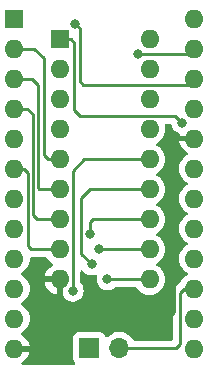
<source format=gbr>
%TF.GenerationSoftware,KiCad,Pcbnew,7.0.7*%
%TF.CreationDate,2023-09-17T10:26:07+01:00*%
%TF.ProjectId,TRSG3JPMod,54525347-334a-4504-9d6f-642e6b696361,rev?*%
%TF.SameCoordinates,Original*%
%TF.FileFunction,Copper,L2,Bot*%
%TF.FilePolarity,Positive*%
%FSLAX46Y46*%
G04 Gerber Fmt 4.6, Leading zero omitted, Abs format (unit mm)*
G04 Created by KiCad (PCBNEW 7.0.7) date 2023-09-17 10:26:07*
%MOMM*%
%LPD*%
G01*
G04 APERTURE LIST*
%TA.AperFunction,ComponentPad*%
%ADD10R,1.600000X1.600000*%
%TD*%
%TA.AperFunction,ComponentPad*%
%ADD11O,1.600000X1.600000*%
%TD*%
%TA.AperFunction,ComponentPad*%
%ADD12R,1.700000X1.700000*%
%TD*%
%TA.AperFunction,ComponentPad*%
%ADD13O,1.700000X1.700000*%
%TD*%
%TA.AperFunction,ViaPad*%
%ADD14C,0.800000*%
%TD*%
%TA.AperFunction,Conductor*%
%ADD15C,0.250000*%
%TD*%
%TA.AperFunction,Conductor*%
%ADD16C,0.381000*%
%TD*%
G04 APERTURE END LIST*
D10*
%TO.P,J1,1,Pin_1*%
%TO.N,/I6*%
X111800000Y-58485000D03*
D11*
%TO.P,J1,2,Pin_2*%
%TO.N,/I5*%
X111800000Y-61025000D03*
%TO.P,J1,3,Pin_3*%
%TO.N,/I4*%
X111800000Y-63565000D03*
%TO.P,J1,4,Pin_4*%
%TO.N,/I3*%
X111800000Y-66105000D03*
%TO.P,J1,5,Pin_5*%
%TO.N,/I2*%
X111800000Y-68645000D03*
%TO.P,J1,6,Pin_6*%
%TO.N,/I1*%
X111800000Y-71185000D03*
%TO.P,J1,7,Pin_7*%
%TO.N,/I0*%
X111800000Y-73725000D03*
%TO.P,J1,8,Pin_8*%
%TO.N,RS3*%
X111800000Y-76265000D03*
%TO.P,J1,9,Pin_9*%
%TO.N,GND*%
X111800000Y-78805000D03*
%TO.P,J1,10,Pin_10*%
%TO.N,RS2*%
X119420000Y-78805000D03*
%TO.P,J1,11,Pin_11*%
%TO.N,RS1*%
X119420000Y-76265000D03*
%TO.P,J1,12,Pin_12*%
%TO.N,/O0*%
X119420000Y-73725000D03*
%TO.P,J1,13,Pin_13*%
%TO.N,/O1*%
X119420000Y-71185000D03*
%TO.P,J1,14,Pin_14*%
%TO.N,/O2*%
X119420000Y-68645000D03*
%TO.P,J1,15,Pin_15*%
%TO.N,/O3*%
X119420000Y-66105000D03*
%TO.P,J1,16,Pin_16*%
%TO.N,/O4*%
X119420000Y-63565000D03*
%TO.P,J1,17,Pin_17*%
%TO.N,CSA*%
X119420000Y-61025000D03*
%TO.P,J1,18,Pin_18*%
%TO.N,+5V*%
X119420000Y-58485000D03*
%TD*%
D12*
%TO.P,J2,1,Pin_1*%
%TO.N,Z12p11*%
X114325000Y-84625000D03*
D13*
%TO.P,J2,2,Pin_2*%
%TO.N,Z10p14*%
X116865000Y-84625000D03*
%TD*%
D10*
%TO.P,U1,1,A7*%
%TO.N,/I3*%
X107975000Y-56725000D03*
D11*
%TO.P,U1,2,A6*%
%TO.N,/I2*%
X107975000Y-59265000D03*
%TO.P,U1,3,A5*%
%TO.N,/I1*%
X107975000Y-61805000D03*
%TO.P,U1,4,A4*%
%TO.N,/I0*%
X107975000Y-64345000D03*
%TO.P,U1,5,A3*%
%TO.N,Z12p11*%
X107975000Y-66885000D03*
%TO.P,U1,6,A2*%
%TO.N,RS3*%
X107975000Y-69425000D03*
%TO.P,U1,7,A1*%
%TO.N,RS2*%
X107975000Y-71965000D03*
%TO.P,U1,8,A0*%
%TO.N,RS1*%
X107975000Y-74505000D03*
%TO.P,U1,9,D0*%
%TO.N,/O0*%
X107975000Y-77045000D03*
%TO.P,U1,10,D1*%
%TO.N,/O1*%
X107975000Y-79585000D03*
%TO.P,U1,11,D2*%
%TO.N,/O2*%
X107975000Y-82125000D03*
%TO.P,U1,12,GND*%
%TO.N,GND*%
X107975000Y-84665000D03*
%TO.P,U1,13,D3*%
%TO.N,/O3*%
X123215000Y-84665000D03*
%TO.P,U1,14,D4*%
%TO.N,/O4*%
X123215000Y-82125000D03*
%TO.P,U1,15,D5*%
%TO.N,Z10p14*%
X123215000Y-79585000D03*
%TO.P,U1,16,D6*%
%TO.N,unconnected-(U1-D6-Pad16)*%
X123215000Y-77045000D03*
%TO.P,U1,17,D7*%
%TO.N,unconnected-(U1-D7-Pad17)*%
X123215000Y-74505000D03*
%TO.P,U1,18,A11*%
%TO.N,CSA*%
X123215000Y-71965000D03*
%TO.P,U1,19,A10*%
%TO.N,/I6*%
X123215000Y-69425000D03*
%TO.P,U1,20,~{OE}*%
%TO.N,GND*%
X123215000Y-66885000D03*
%TO.P,U1,21,VPP*%
%TO.N,+5V*%
X123215000Y-64345000D03*
%TO.P,U1,22,A9*%
%TO.N,/I5*%
X123215000Y-61805000D03*
%TO.P,U1,23,A8*%
%TO.N,/I4*%
X123215000Y-59265000D03*
%TO.P,U1,24,VCC*%
%TO.N,+5V*%
X123215000Y-56725000D03*
%TD*%
D14*
%TO.N,/I6*%
X122169500Y-65550000D03*
%TO.N,RS2*%
X115850000Y-78800000D03*
%TO.N,/I5*%
X113125000Y-57150000D03*
%TO.N,RS1*%
X115150000Y-76250000D03*
%TO.N,/I4*%
X118450000Y-59750000D03*
%TO.N,/O0*%
X114374000Y-74975000D03*
%TO.N,/O1*%
X114525000Y-77550000D03*
%TO.N,/O2*%
X112925000Y-79775000D03*
%TD*%
D15*
%TO.N,/I6*%
X121599500Y-64980000D02*
X113530000Y-64980000D01*
X122169500Y-65550000D02*
X121599500Y-64980000D01*
X112760000Y-58485000D02*
X111800000Y-58485000D01*
X113050000Y-64500000D02*
X113050000Y-58775000D01*
X113530000Y-64980000D02*
X113050000Y-64500000D01*
X113050000Y-58775000D02*
X112760000Y-58485000D01*
%TO.N,RS2*%
X115850000Y-78800000D02*
X115855000Y-78805000D01*
X115855000Y-78805000D02*
X119420000Y-78805000D01*
%TO.N,/I5*%
X113500000Y-57525000D02*
X113500000Y-62025000D01*
X113800000Y-62325000D02*
X122695000Y-62325000D01*
X113125000Y-57150000D02*
X113500000Y-57525000D01*
X113500000Y-62025000D02*
X113800000Y-62325000D01*
X122695000Y-62325000D02*
X123215000Y-61805000D01*
%TO.N,RS1*%
X115165000Y-76265000D02*
X119420000Y-76265000D01*
X115150000Y-76250000D02*
X115165000Y-76265000D01*
%TO.N,/I4*%
X123215000Y-59265000D02*
X123085000Y-59265000D01*
X123085000Y-59265000D02*
X122600000Y-59750000D01*
X122600000Y-59750000D02*
X118450000Y-59750000D01*
%TO.N,/O0*%
X114600000Y-73725000D02*
X119420000Y-73725000D01*
X114374000Y-73951000D02*
X114600000Y-73725000D01*
X114374000Y-74975000D02*
X114374000Y-73951000D01*
%TO.N,/O1*%
X113649500Y-76674500D02*
X113649500Y-71900500D01*
X114525000Y-77550000D02*
X113649500Y-76674500D01*
X114365000Y-71185000D02*
X119420000Y-71185000D01*
X113649500Y-71900500D02*
X114365000Y-71185000D01*
%TO.N,/I2*%
X110450000Y-68275000D02*
X110820000Y-68645000D01*
X110820000Y-68645000D02*
X111800000Y-68645000D01*
X109640000Y-59265000D02*
X110450000Y-60075000D01*
X110450000Y-60075000D02*
X110450000Y-68275000D01*
X107975000Y-59265000D02*
X109640000Y-59265000D01*
%TO.N,/O2*%
X112925000Y-69600000D02*
X113880000Y-68645000D01*
X112925000Y-79775000D02*
X112925000Y-69600000D01*
X113880000Y-68645000D02*
X119420000Y-68645000D01*
%TO.N,/I1*%
X109455000Y-61805000D02*
X110000000Y-62350000D01*
X110000000Y-62350000D02*
X110000000Y-71100000D01*
X110000000Y-71100000D02*
X110085000Y-71185000D01*
X110085000Y-71185000D02*
X111800000Y-71185000D01*
X107975000Y-61805000D02*
X109455000Y-61805000D01*
%TO.N,/I0*%
X109070000Y-64345000D02*
X107975000Y-64345000D01*
X109875000Y-73725000D02*
X109550000Y-73400000D01*
X109550000Y-64825000D02*
X109070000Y-64345000D01*
X111800000Y-73725000D02*
X109875000Y-73725000D01*
X109550000Y-73400000D02*
X109550000Y-64825000D01*
%TO.N,RS3*%
X108750000Y-69425000D02*
X109100000Y-69775000D01*
X109365000Y-76265000D02*
X111800000Y-76265000D01*
X109100000Y-76000000D02*
X109365000Y-76265000D01*
X107975000Y-69425000D02*
X108750000Y-69425000D01*
X109100000Y-69775000D02*
X109100000Y-76000000D01*
%TO.N,GND*%
X121840000Y-66885000D02*
X121490000Y-67235000D01*
D16*
X111800000Y-82300000D02*
X111800000Y-78805000D01*
D15*
X123215000Y-66885000D02*
X121840000Y-66885000D01*
D16*
X107975000Y-84665000D02*
X111560000Y-84665000D01*
X111560000Y-84665000D02*
X111800000Y-84425000D01*
D15*
X120725000Y-82300000D02*
X111800000Y-82300000D01*
X121490000Y-67235000D02*
X121490000Y-81535000D01*
X121490000Y-81535000D02*
X120725000Y-82300000D01*
D16*
X111800000Y-84425000D02*
X111800000Y-82300000D01*
D15*
%TO.N,Z10p14*%
X121650000Y-84625000D02*
X116865000Y-84625000D01*
X123215000Y-79585000D02*
X122365000Y-79585000D01*
X122000000Y-84275000D02*
X121650000Y-84625000D01*
X122365000Y-79585000D02*
X122000000Y-79950000D01*
X122000000Y-79950000D02*
X122000000Y-84275000D01*
%TD*%
%TA.AperFunction,Conductor*%
%TO.N,GND*%
G36*
X121218059Y-65633185D02*
G01*
X121263814Y-65685989D01*
X121274339Y-65724533D01*
X121275958Y-65739928D01*
X121275959Y-65739931D01*
X121334970Y-65921549D01*
X121334973Y-65921556D01*
X121430460Y-66086944D01*
X121558247Y-66228866D01*
X121712748Y-66341118D01*
X121885921Y-66418219D01*
X121939159Y-66463470D01*
X121959480Y-66530319D01*
X121955261Y-66563591D01*
X121936127Y-66634999D01*
X121936128Y-66635000D01*
X122704424Y-66635000D01*
X122771463Y-66654685D01*
X122817218Y-66707489D01*
X122827162Y-66776647D01*
X122826897Y-66778397D01*
X122810014Y-66884996D01*
X122810014Y-66885003D01*
X122826897Y-66991603D01*
X122817942Y-67060896D01*
X122772946Y-67114348D01*
X122706194Y-67134987D01*
X122704424Y-67135000D01*
X121936128Y-67135000D01*
X121988730Y-67331317D01*
X121988734Y-67331326D01*
X122084865Y-67537482D01*
X122215342Y-67723820D01*
X122376179Y-67884657D01*
X122562517Y-68015133D01*
X122611399Y-68037927D01*
X122663839Y-68084099D01*
X122682992Y-68151292D01*
X122662777Y-68218174D01*
X122611402Y-68262691D01*
X122558256Y-68287474D01*
X122558252Y-68287476D01*
X122517946Y-68315699D01*
X122370700Y-68418802D01*
X122370698Y-68418803D01*
X122370695Y-68418806D01*
X122208806Y-68580695D01*
X122077476Y-68768252D01*
X122077475Y-68768254D01*
X121980718Y-68975750D01*
X121980714Y-68975761D01*
X121921457Y-69196910D01*
X121921456Y-69196918D01*
X121901502Y-69424998D01*
X121901502Y-69425001D01*
X121921456Y-69653081D01*
X121921457Y-69653089D01*
X121980714Y-69874238D01*
X121980718Y-69874249D01*
X122052125Y-70027382D01*
X122077477Y-70081749D01*
X122208802Y-70269300D01*
X122370700Y-70431198D01*
X122509310Y-70528254D01*
X122558251Y-70562523D01*
X122601345Y-70582618D01*
X122653784Y-70628791D01*
X122672936Y-70695984D01*
X122652720Y-70762865D01*
X122601345Y-70807382D01*
X122558251Y-70827476D01*
X122436949Y-70912414D01*
X122370700Y-70958802D01*
X122370698Y-70958803D01*
X122370695Y-70958806D01*
X122208806Y-71120695D01*
X122077476Y-71308252D01*
X122077475Y-71308254D01*
X121980718Y-71515750D01*
X121980714Y-71515761D01*
X121921457Y-71736910D01*
X121921456Y-71736918D01*
X121901502Y-71964998D01*
X121901502Y-71965001D01*
X121921456Y-72193081D01*
X121921457Y-72193089D01*
X121980714Y-72414238D01*
X121980718Y-72414249D01*
X122052125Y-72567382D01*
X122077477Y-72621749D01*
X122208802Y-72809300D01*
X122370700Y-72971198D01*
X122509310Y-73068254D01*
X122558251Y-73102523D01*
X122601345Y-73122618D01*
X122653784Y-73168791D01*
X122672936Y-73235984D01*
X122652720Y-73302865D01*
X122601345Y-73347382D01*
X122558251Y-73367476D01*
X122433126Y-73455090D01*
X122370700Y-73498802D01*
X122370698Y-73498803D01*
X122370695Y-73498806D01*
X122208806Y-73660695D01*
X122077476Y-73848252D01*
X122077475Y-73848254D01*
X121980718Y-74055750D01*
X121980714Y-74055761D01*
X121921457Y-74276910D01*
X121921456Y-74276918D01*
X121901502Y-74504998D01*
X121901502Y-74505001D01*
X121921456Y-74733081D01*
X121921457Y-74733089D01*
X121980714Y-74954238D01*
X121980718Y-74954249D01*
X122052125Y-75107382D01*
X122077477Y-75161749D01*
X122208802Y-75349300D01*
X122370700Y-75511198D01*
X122509310Y-75608254D01*
X122558251Y-75642523D01*
X122601345Y-75662618D01*
X122653784Y-75708791D01*
X122672936Y-75775984D01*
X122652720Y-75842865D01*
X122601345Y-75887382D01*
X122558251Y-75907476D01*
X122433126Y-75995090D01*
X122370700Y-76038802D01*
X122370698Y-76038803D01*
X122370695Y-76038806D01*
X122208806Y-76200695D01*
X122077476Y-76388252D01*
X122077475Y-76388254D01*
X121980718Y-76595750D01*
X121980714Y-76595761D01*
X121921457Y-76816910D01*
X121921456Y-76816918D01*
X121901502Y-77044998D01*
X121901502Y-77045001D01*
X121921456Y-77273081D01*
X121921457Y-77273089D01*
X121980714Y-77494238D01*
X121980718Y-77494249D01*
X122033553Y-77607554D01*
X122077477Y-77701749D01*
X122208802Y-77889300D01*
X122370700Y-78051198D01*
X122519664Y-78155504D01*
X122558251Y-78182523D01*
X122601345Y-78202618D01*
X122653784Y-78248791D01*
X122672936Y-78315984D01*
X122652720Y-78382865D01*
X122601345Y-78427382D01*
X122558251Y-78447476D01*
X122463239Y-78514005D01*
X122370700Y-78578802D01*
X122370698Y-78578803D01*
X122370695Y-78578806D01*
X122208806Y-78740695D01*
X122208803Y-78740698D01*
X122208802Y-78740700D01*
X122155501Y-78816822D01*
X122077475Y-78928253D01*
X122035237Y-79018833D01*
X121989064Y-79071272D01*
X121985981Y-79073157D01*
X121973638Y-79080456D01*
X121959202Y-79094893D01*
X121944410Y-79107527D01*
X121927892Y-79119527D01*
X121897782Y-79155923D01*
X121893850Y-79160244D01*
X121611180Y-79442913D01*
X121598821Y-79452816D01*
X121598994Y-79453025D01*
X121592985Y-79457996D01*
X121545015Y-79509079D01*
X121523872Y-79530222D01*
X121523857Y-79530239D01*
X121519531Y-79535814D01*
X121515747Y-79540244D01*
X121483419Y-79574671D01*
X121483412Y-79574681D01*
X121473579Y-79592567D01*
X121462903Y-79608820D01*
X121450386Y-79624957D01*
X121450385Y-79624959D01*
X121431625Y-79668310D01*
X121429055Y-79673556D01*
X121406303Y-79714941D01*
X121406303Y-79714942D01*
X121401225Y-79734720D01*
X121394925Y-79753122D01*
X121386818Y-79771857D01*
X121379431Y-79818495D01*
X121378246Y-79824216D01*
X121366500Y-79869965D01*
X121366500Y-79890384D01*
X121364973Y-79909783D01*
X121361780Y-79929941D01*
X121361779Y-79929944D01*
X121366224Y-79976968D01*
X121366499Y-79982804D01*
X121366500Y-83867500D01*
X121346815Y-83934539D01*
X121294011Y-83980294D01*
X121242500Y-83991500D01*
X118140956Y-83991500D01*
X118073917Y-83971815D01*
X118037148Y-83935322D01*
X117940723Y-83787734D01*
X117940715Y-83787723D01*
X117788243Y-83622097D01*
X117788238Y-83622092D01*
X117640860Y-83507382D01*
X117610576Y-83483811D01*
X117610575Y-83483810D01*
X117610572Y-83483808D01*
X117412580Y-83376661D01*
X117412577Y-83376659D01*
X117412574Y-83376658D01*
X117412571Y-83376657D01*
X117412569Y-83376656D01*
X117199637Y-83303556D01*
X116977569Y-83266500D01*
X116752431Y-83266500D01*
X116530362Y-83303556D01*
X116317430Y-83376656D01*
X116317419Y-83376661D01*
X116119427Y-83483808D01*
X116119422Y-83483812D01*
X115941761Y-83622092D01*
X115878548Y-83690760D01*
X115818661Y-83726750D01*
X115748823Y-83724649D01*
X115691207Y-83685124D01*
X115671138Y-83650110D01*
X115625889Y-83528796D01*
X115613369Y-83512071D01*
X115538261Y-83411739D01*
X115421204Y-83324111D01*
X115421204Y-83324110D01*
X115284203Y-83273011D01*
X115223654Y-83266500D01*
X115223638Y-83266500D01*
X113426362Y-83266500D01*
X113426345Y-83266500D01*
X113365797Y-83273011D01*
X113365795Y-83273011D01*
X113228795Y-83324111D01*
X113111739Y-83411739D01*
X113024111Y-83528795D01*
X112973011Y-83665795D01*
X112973011Y-83665797D01*
X112966500Y-83726345D01*
X112966499Y-83726362D01*
X112966499Y-85523637D01*
X112966500Y-85523654D01*
X112973011Y-85584202D01*
X112973011Y-85584204D01*
X113006430Y-85673801D01*
X113024111Y-85721204D01*
X113102704Y-85826191D01*
X113127120Y-85891653D01*
X113112269Y-85959926D01*
X113062864Y-86009332D01*
X113003436Y-86024500D01*
X108692984Y-86024500D01*
X108625945Y-86004815D01*
X108580190Y-85952011D01*
X108570246Y-85882853D01*
X108599271Y-85819297D01*
X108623680Y-85799141D01*
X108623048Y-85798239D01*
X108813820Y-85664657D01*
X108974657Y-85503820D01*
X109105134Y-85317482D01*
X109201265Y-85111326D01*
X109201269Y-85111317D01*
X109253872Y-84915000D01*
X108485576Y-84915000D01*
X108418537Y-84895315D01*
X108372782Y-84842511D01*
X108362838Y-84773353D01*
X108363103Y-84771603D01*
X108379986Y-84665003D01*
X108379986Y-84664996D01*
X108363103Y-84558397D01*
X108372058Y-84489104D01*
X108417054Y-84435652D01*
X108483806Y-84415013D01*
X108485576Y-84415000D01*
X109253872Y-84415000D01*
X109253872Y-84414999D01*
X109201269Y-84218682D01*
X109201265Y-84218673D01*
X109105134Y-84012517D01*
X108974657Y-83826179D01*
X108813820Y-83665342D01*
X108627481Y-83534865D01*
X108627479Y-83534864D01*
X108578599Y-83512071D01*
X108526159Y-83465899D01*
X108507007Y-83398706D01*
X108527223Y-83331824D01*
X108578599Y-83287307D01*
X108631749Y-83262523D01*
X108819300Y-83131198D01*
X108981198Y-82969300D01*
X109112523Y-82781749D01*
X109209284Y-82574243D01*
X109268543Y-82353087D01*
X109288498Y-82125000D01*
X109268543Y-81896913D01*
X109209284Y-81675757D01*
X109112523Y-81468251D01*
X108981198Y-81280700D01*
X108819300Y-81118802D01*
X108631749Y-80987477D01*
X108588655Y-80967382D01*
X108536215Y-80921210D01*
X108517063Y-80854017D01*
X108537278Y-80787136D01*
X108588655Y-80742618D01*
X108591882Y-80741112D01*
X108631749Y-80722523D01*
X108819300Y-80591198D01*
X108981198Y-80429300D01*
X109112523Y-80241749D01*
X109209284Y-80034243D01*
X109268543Y-79813087D01*
X109288498Y-79585000D01*
X109268543Y-79356913D01*
X109209284Y-79135757D01*
X109201716Y-79119528D01*
X109166052Y-79043045D01*
X109112523Y-78928251D01*
X108981198Y-78740700D01*
X108819300Y-78578802D01*
X108631749Y-78447477D01*
X108588655Y-78427382D01*
X108536215Y-78381210D01*
X108517063Y-78314017D01*
X108537278Y-78247136D01*
X108588655Y-78202618D01*
X108591882Y-78201112D01*
X108631749Y-78182523D01*
X108819300Y-78051198D01*
X108981198Y-77889300D01*
X109112523Y-77701749D01*
X109209284Y-77494243D01*
X109268543Y-77273087D01*
X109288498Y-77045000D01*
X109287475Y-77033308D01*
X109301241Y-76964808D01*
X109349856Y-76914625D01*
X109411003Y-76898500D01*
X110581648Y-76898500D01*
X110648687Y-76918185D01*
X110683220Y-76951373D01*
X110793802Y-77109300D01*
X110955700Y-77271198D01*
X111143251Y-77402523D01*
X111196401Y-77427307D01*
X111248840Y-77473479D01*
X111267992Y-77540673D01*
X111247776Y-77607554D01*
X111196401Y-77652071D01*
X111147517Y-77674865D01*
X110961179Y-77805342D01*
X110800342Y-77966179D01*
X110669865Y-78152517D01*
X110573734Y-78358673D01*
X110573730Y-78358682D01*
X110521127Y-78554999D01*
X110521128Y-78555000D01*
X111289424Y-78555000D01*
X111356463Y-78574685D01*
X111402218Y-78627489D01*
X111412162Y-78696647D01*
X111411897Y-78698397D01*
X111395014Y-78804996D01*
X111395014Y-78805003D01*
X111411897Y-78911603D01*
X111402942Y-78980896D01*
X111357946Y-79034348D01*
X111291194Y-79054987D01*
X111289424Y-79055000D01*
X110521128Y-79055000D01*
X110573730Y-79251317D01*
X110573734Y-79251326D01*
X110669865Y-79457482D01*
X110800342Y-79643820D01*
X110961179Y-79804657D01*
X111147517Y-79935134D01*
X111353673Y-80031265D01*
X111353682Y-80031269D01*
X111549999Y-80083872D01*
X111550000Y-80083871D01*
X111550000Y-79315575D01*
X111569685Y-79248536D01*
X111622489Y-79202781D01*
X111691647Y-79192837D01*
X111693331Y-79193091D01*
X111725699Y-79198218D01*
X111768515Y-79205000D01*
X111768519Y-79205000D01*
X111831485Y-79205000D01*
X111874300Y-79198218D01*
X111906602Y-79193102D01*
X111975894Y-79202056D01*
X112029347Y-79247052D01*
X112049987Y-79313803D01*
X112050000Y-79315575D01*
X112050000Y-79508366D01*
X112043931Y-79546684D01*
X112034838Y-79574671D01*
X112031458Y-79585072D01*
X112011827Y-79771855D01*
X112011496Y-79775000D01*
X112028326Y-79935134D01*
X112031458Y-79964928D01*
X112043931Y-80003317D01*
X112050000Y-80041633D01*
X112050000Y-80086139D01*
X112087438Y-80137409D01*
X112088678Y-80141034D01*
X112090470Y-80146549D01*
X112090473Y-80146556D01*
X112185960Y-80311944D01*
X112313747Y-80453866D01*
X112468248Y-80566118D01*
X112642712Y-80643794D01*
X112829513Y-80683500D01*
X113020487Y-80683500D01*
X113207288Y-80643794D01*
X113381752Y-80566118D01*
X113536253Y-80453866D01*
X113664040Y-80311944D01*
X113759527Y-80146556D01*
X113818542Y-79964928D01*
X113838504Y-79775000D01*
X113818542Y-79585072D01*
X113759527Y-79403444D01*
X113664040Y-79238056D01*
X113590348Y-79156213D01*
X113560119Y-79093223D01*
X113558499Y-79073242D01*
X113558499Y-78314017D01*
X113558499Y-78155501D01*
X113578184Y-78088465D01*
X113630988Y-78042710D01*
X113700146Y-78032766D01*
X113763702Y-78061791D01*
X113782814Y-78082615D01*
X113785956Y-78086940D01*
X113890113Y-78202618D01*
X113913747Y-78228866D01*
X114068248Y-78341118D01*
X114242712Y-78418794D01*
X114429513Y-78458500D01*
X114620487Y-78458500D01*
X114807284Y-78418795D01*
X114807285Y-78418794D01*
X114807288Y-78418794D01*
X114807290Y-78418792D01*
X114812087Y-78417234D01*
X114881928Y-78415232D01*
X114941764Y-78451307D01*
X114972598Y-78514005D01*
X114968348Y-78573477D01*
X114963515Y-78588353D01*
X114956458Y-78610072D01*
X114936496Y-78800000D01*
X114956458Y-78989928D01*
X114956459Y-78989931D01*
X115015470Y-79171549D01*
X115015473Y-79171556D01*
X115110960Y-79336944D01*
X115202401Y-79438500D01*
X115215291Y-79452816D01*
X115238747Y-79478866D01*
X115393248Y-79591118D01*
X115567712Y-79668794D01*
X115754513Y-79708500D01*
X115945487Y-79708500D01*
X116132288Y-79668794D01*
X116306752Y-79591118D01*
X116461253Y-79478866D01*
X116461256Y-79478863D01*
X116466082Y-79474518D01*
X116467047Y-79475589D01*
X116520146Y-79442879D01*
X116552807Y-79438500D01*
X118201648Y-79438500D01*
X118268687Y-79458185D01*
X118303220Y-79491373D01*
X118413802Y-79649300D01*
X118575700Y-79811198D01*
X118763251Y-79942523D01*
X118888091Y-80000736D01*
X118970750Y-80039281D01*
X118970752Y-80039281D01*
X118970757Y-80039284D01*
X119191913Y-80098543D01*
X119354832Y-80112796D01*
X119419998Y-80118498D01*
X119420000Y-80118498D01*
X119420002Y-80118498D01*
X119477021Y-80113509D01*
X119648087Y-80098543D01*
X119869243Y-80039284D01*
X120076749Y-79942523D01*
X120264300Y-79811198D01*
X120426198Y-79649300D01*
X120557523Y-79461749D01*
X120654284Y-79254243D01*
X120713543Y-79033087D01*
X120733498Y-78805000D01*
X120713543Y-78576913D01*
X120654284Y-78355757D01*
X120651933Y-78350716D01*
X120604405Y-78248791D01*
X120557523Y-78148251D01*
X120426198Y-77960700D01*
X120264300Y-77798802D01*
X120076749Y-77667477D01*
X120033655Y-77647382D01*
X119981215Y-77601210D01*
X119962063Y-77534017D01*
X119982278Y-77467136D01*
X120033655Y-77422618D01*
X120036882Y-77421112D01*
X120076749Y-77402523D01*
X120264300Y-77271198D01*
X120426198Y-77109300D01*
X120557523Y-76921749D01*
X120654284Y-76714243D01*
X120713543Y-76493087D01*
X120733498Y-76265000D01*
X120713543Y-76036913D01*
X120654284Y-75815757D01*
X120651933Y-75810716D01*
X120604405Y-75708791D01*
X120557523Y-75608251D01*
X120426198Y-75420700D01*
X120264300Y-75258802D01*
X120076749Y-75127477D01*
X120033655Y-75107382D01*
X119981215Y-75061210D01*
X119962063Y-74994017D01*
X119982278Y-74927136D01*
X120033655Y-74882618D01*
X120036882Y-74881112D01*
X120076749Y-74862523D01*
X120264300Y-74731198D01*
X120426198Y-74569300D01*
X120557523Y-74381749D01*
X120654284Y-74174243D01*
X120713543Y-73953087D01*
X120733498Y-73725000D01*
X120713543Y-73496913D01*
X120654284Y-73275757D01*
X120651933Y-73270716D01*
X120604405Y-73168791D01*
X120557523Y-73068251D01*
X120426198Y-72880700D01*
X120264300Y-72718802D01*
X120076749Y-72587477D01*
X120033655Y-72567382D01*
X119981215Y-72521210D01*
X119962063Y-72454017D01*
X119982278Y-72387136D01*
X120033655Y-72342618D01*
X120036882Y-72341112D01*
X120076749Y-72322523D01*
X120264300Y-72191198D01*
X120426198Y-72029300D01*
X120557523Y-71841749D01*
X120654284Y-71634243D01*
X120713543Y-71413087D01*
X120733498Y-71185000D01*
X120713543Y-70956913D01*
X120654284Y-70735757D01*
X120651933Y-70730716D01*
X120604405Y-70628791D01*
X120557523Y-70528251D01*
X120426198Y-70340700D01*
X120264300Y-70178802D01*
X120076749Y-70047477D01*
X120033655Y-70027382D01*
X119981215Y-69981210D01*
X119962063Y-69914017D01*
X119982278Y-69847136D01*
X120033655Y-69802618D01*
X120036882Y-69801112D01*
X120076749Y-69782523D01*
X120264300Y-69651198D01*
X120426198Y-69489300D01*
X120557523Y-69301749D01*
X120654284Y-69094243D01*
X120713543Y-68873087D01*
X120733498Y-68645000D01*
X120713543Y-68416913D01*
X120654284Y-68195757D01*
X120651933Y-68190716D01*
X120604405Y-68088791D01*
X120557523Y-67988251D01*
X120426198Y-67800700D01*
X120264300Y-67638802D01*
X120076749Y-67507477D01*
X120033655Y-67487382D01*
X119981215Y-67441210D01*
X119962063Y-67374017D01*
X119982278Y-67307136D01*
X120033655Y-67262618D01*
X120036882Y-67261112D01*
X120076749Y-67242523D01*
X120264300Y-67111198D01*
X120426198Y-66949300D01*
X120557523Y-66761749D01*
X120654284Y-66554243D01*
X120713543Y-66333087D01*
X120733498Y-66105000D01*
X120713543Y-65876913D01*
X120684786Y-65769591D01*
X120686449Y-65699744D01*
X120725611Y-65641882D01*
X120789839Y-65614377D01*
X120804561Y-65613500D01*
X121151020Y-65613500D01*
X121218059Y-65633185D01*
G37*
%TD.AperFunction*%
%TD*%
M02*

</source>
